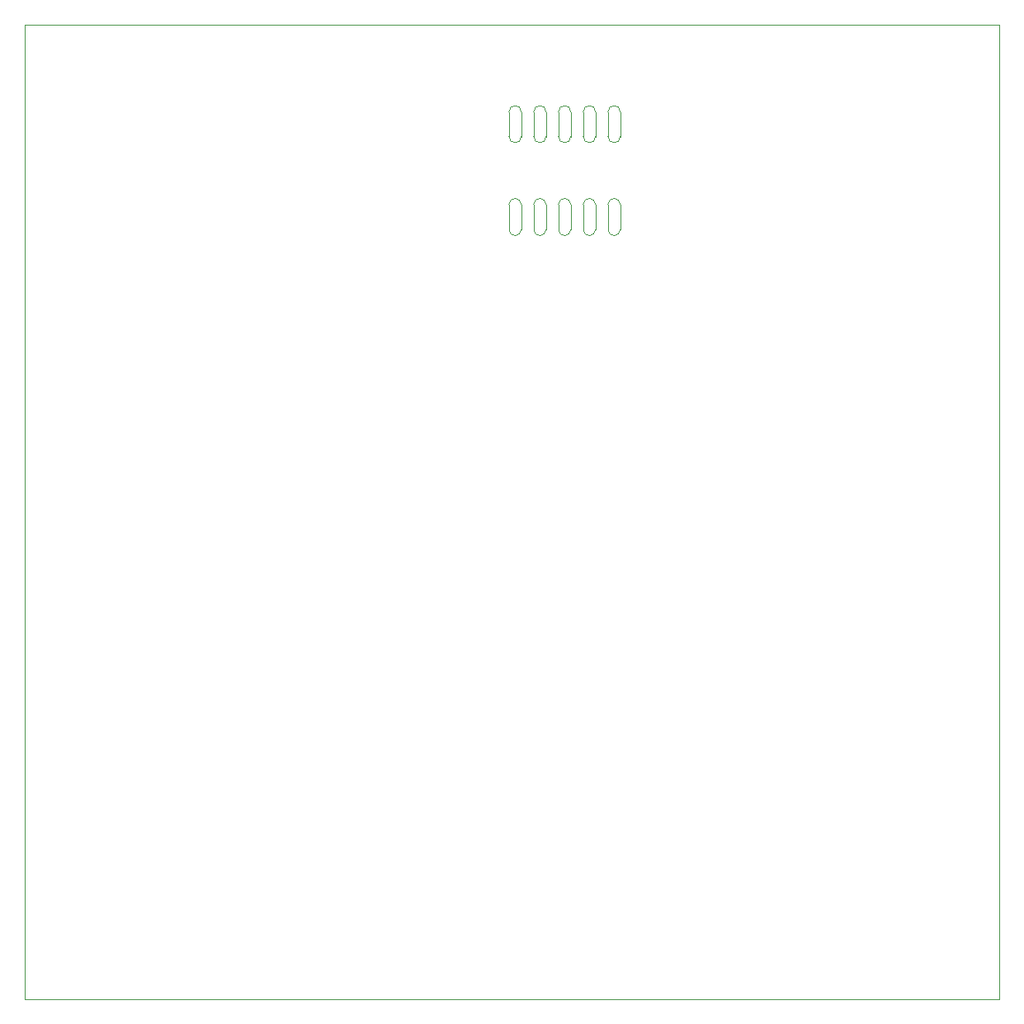
<source format=gbr>
G04 #@! TF.GenerationSoftware,KiCad,Pcbnew,5.1.4*
G04 #@! TF.CreationDate,2019-09-28T03:23:27+02:00*
G04 #@! TF.ProjectId,Stratosensor,53747261-746f-4736-956e-736f722e6b69,rev?*
G04 #@! TF.SameCoordinates,Original*
G04 #@! TF.FileFunction,Profile,NP*
%FSLAX46Y46*%
G04 Gerber Fmt 4.6, Leading zero omitted, Abs format (unit mm)*
G04 Created by KiCad (PCBNEW 5.1.4) date 2019-09-28 03:23:27*
%MOMM*%
%LPD*%
G04 APERTURE LIST*
%ADD10C,0.050000*%
G04 APERTURE END LIST*
D10*
X111125000Y-61468000D02*
G75*
G02X109855000Y-61468000I-635000J0D01*
G01*
X109855000Y-58928000D02*
X109855000Y-61468000D01*
X111125000Y-58928000D02*
X111125000Y-61468000D01*
X109855000Y-58928000D02*
G75*
G02X111125000Y-58928000I635000J0D01*
G01*
X99695000Y-68453000D02*
G75*
G02X100965000Y-68453000I635000J0D01*
G01*
X99695000Y-68453000D02*
X99695000Y-70993000D01*
X100965000Y-68453000D02*
X100965000Y-70993000D01*
X100965000Y-70993000D02*
G75*
G02X99695000Y-70993000I-635000J0D01*
G01*
X107315000Y-58928000D02*
G75*
G02X108585000Y-58928000I635000J0D01*
G01*
X107315000Y-58928000D02*
X107315000Y-61468000D01*
X108585000Y-61468000D02*
G75*
G02X107315000Y-61468000I-635000J0D01*
G01*
X108585000Y-58928000D02*
X108585000Y-61468000D01*
X104775000Y-58928000D02*
G75*
G02X106045000Y-58928000I635000J0D01*
G01*
X106045000Y-58928000D02*
X106045000Y-61468000D01*
X104775000Y-58928000D02*
X104775000Y-61468000D01*
X106045000Y-61468000D02*
G75*
G02X104775000Y-61468000I-635000J0D01*
G01*
X103505000Y-61468000D02*
G75*
G02X102235000Y-61468000I-635000J0D01*
G01*
X102235000Y-58928000D02*
G75*
G02X103505000Y-58928000I635000J0D01*
G01*
X103505000Y-58928000D02*
X103505000Y-61468000D01*
X102235000Y-58928000D02*
X102235000Y-61468000D01*
X99695000Y-58928000D02*
G75*
G02X100965000Y-58928000I635000J0D01*
G01*
X100965000Y-61468000D02*
G75*
G02X99695000Y-61468000I-635000J0D01*
G01*
X100965000Y-58928000D02*
X100965000Y-61468000D01*
X99695000Y-58928000D02*
X99695000Y-61468000D01*
X109855000Y-68453000D02*
G75*
G02X111125000Y-68453000I635000J0D01*
G01*
X111125000Y-68453000D02*
X111125000Y-70993000D01*
X109855000Y-68453000D02*
X109855000Y-70993000D01*
X111125000Y-70993000D02*
G75*
G02X109855000Y-70993000I-635000J0D01*
G01*
X107315000Y-68453000D02*
X107315000Y-70993000D01*
X108585000Y-70993000D02*
G75*
G02X107315000Y-70993000I-635000J0D01*
G01*
X108585000Y-68453000D02*
X108585000Y-70993000D01*
X107315000Y-68453000D02*
G75*
G02X108585000Y-68453000I635000J0D01*
G01*
X104775000Y-68453000D02*
X104775000Y-70993000D01*
X104775000Y-68453000D02*
G75*
G02X106045000Y-68453000I635000J0D01*
G01*
X106045000Y-70993000D02*
G75*
G02X104775000Y-70993000I-635000J0D01*
G01*
X106045000Y-68453000D02*
X106045000Y-70993000D01*
X103505000Y-70993000D02*
G75*
G02X102235000Y-70993000I-635000J0D01*
G01*
X103505000Y-68453000D02*
X103505000Y-70993000D01*
X102235000Y-68453000D02*
X102235000Y-70993000D01*
X102235000Y-68453000D02*
G75*
G02X103505000Y-68453000I635000J0D01*
G01*
X50000000Y-50000000D02*
X50000000Y-150000000D01*
X150000000Y-50000000D02*
X50000000Y-50000000D01*
X150000000Y-150000000D02*
X150000000Y-50000000D01*
X50000000Y-150000000D02*
X150000000Y-150000000D01*
M02*

</source>
